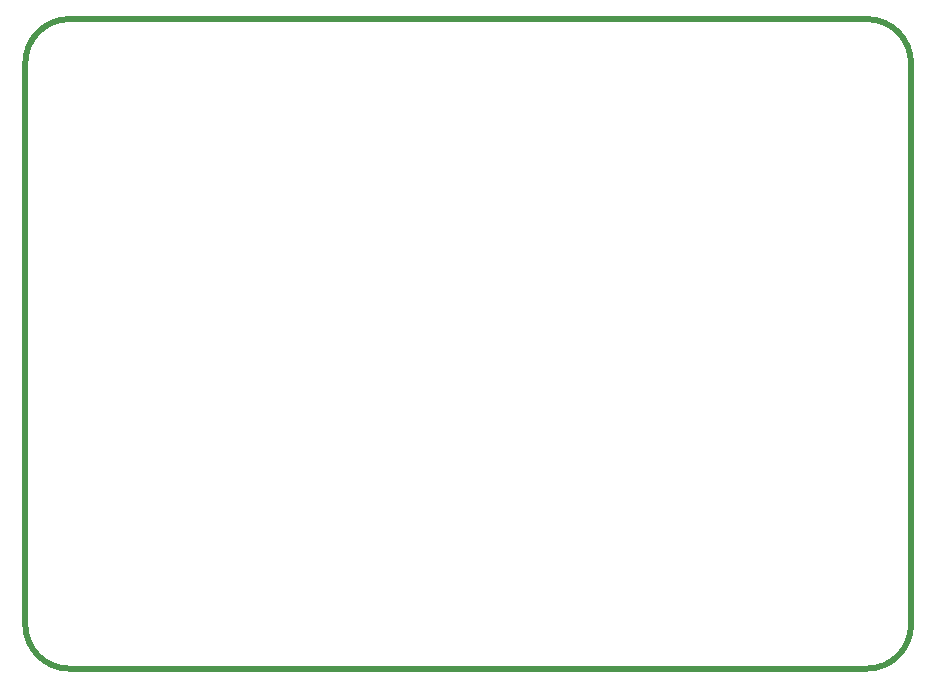
<source format=gbr>
%TF.GenerationSoftware,KiCad,Pcbnew,(5.1.10-1-10_14)*%
%TF.CreationDate,2021-07-27T15:44:47+02:00*%
%TF.ProjectId,EX-PCB-10108-001,45582d50-4342-42d3-9130-3130382d3030,A*%
%TF.SameCoordinates,Original*%
%TF.FileFunction,Profile,NP*%
%FSLAX46Y46*%
G04 Gerber Fmt 4.6, Leading zero omitted, Abs format (unit mm)*
G04 Created by KiCad (PCBNEW (5.1.10-1-10_14)) date 2021-07-27 15:44:47*
%MOMM*%
%LPD*%
G01*
G04 APERTURE LIST*
%TA.AperFunction,Profile*%
%ADD10C,0.500000*%
%TD*%
G04 APERTURE END LIST*
D10*
X117700000Y-81500000D02*
G75*
G02*
X121450000Y-85250000I0J-3750000D01*
G01*
X46450000Y-85250000D02*
G75*
G02*
X50200000Y-81500000I3750000J0D01*
G01*
X50200000Y-136500000D02*
G75*
G02*
X46450000Y-132750000I0J3750000D01*
G01*
X121450000Y-132750000D02*
G75*
G02*
X117700000Y-136500000I-3750000J0D01*
G01*
X46450000Y-85250000D02*
X46450000Y-132750000D01*
X117700000Y-136500000D02*
X50200000Y-136500000D01*
X117700000Y-81500000D02*
X50200000Y-81500000D01*
X121450000Y-85250000D02*
X121450000Y-132750000D01*
M02*

</source>
